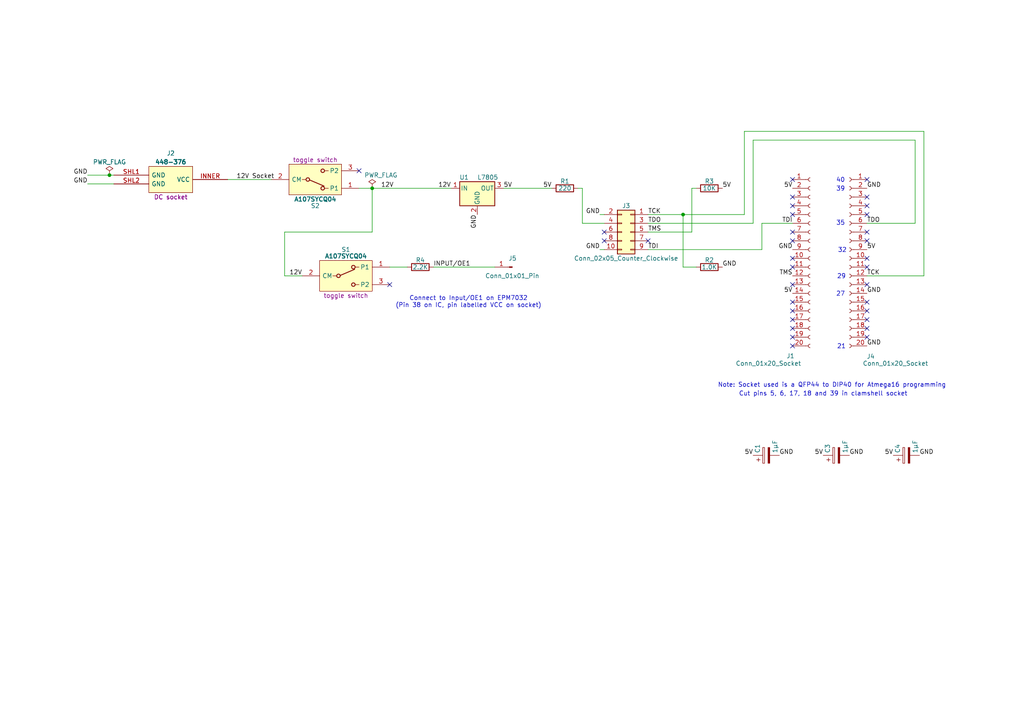
<source format=kicad_sch>
(kicad_sch (version 20231120) (generator "eeschema") (generator_version "8.0")
  (paper "A4")
  (title_block (title "EPM7032 Programmer") (date "2024-08-27") (rev "V0"))
  (lib_symbols
    (symbol "Connector:Conn_01x01_Pin" (pin_names (offset 1.016) hide)
      (property "Reference" "J" (at 0 2.54 0))
      (property "Value" "Conn_01x01_Pin" (at 0 -2.54 0))
      (symbol "Conn_01x01_Pin_1_1"
        (polyline (pts (xy 1.27 0) (xy 0.8636 0)) (stroke (width 0.1524)))
        (rectangle (start 0.8636 0.127) (end 0 -0.127) (stroke (width 0.1524)) (fill (type outline)))
        (pin passive line (at 5.08 0 180) (length 3.81) (name "Pin_1") (number "1"))
      )
    )
    (symbol "Connector:Conn_01x20_Socket" (pin_names (offset 1.016) hide)
      (property "Reference" "J" (at 0 25.4 0))
      (property "Value" "Conn_01x20_Socket" (at 0 -27.94 0))
      (symbol "Conn_01x20_Socket_1_1"
        (arc (start 0 -24.892) (mid -0.5058 -25.4) (end 0 -25.908) (stroke (width 0.1524)))
        (arc (start 0 -22.352) (mid -0.5058 -22.86) (end 0 -23.368) (stroke (width 0.1524)))
        (arc (start 0 -19.812) (mid -0.5058 -20.32) (end 0 -20.828) (stroke (width 0.1524)))
        (arc (start 0 -17.272) (mid -0.5058 -17.78) (end 0 -18.288) (stroke (width 0.1524)))
        (arc (start 0 -14.732) (mid -0.5058 -15.24) (end 0 -15.748) (stroke (width 0.1524)))
        (arc (start 0 -12.192) (mid -0.5058 -12.7) (end 0 -13.208) (stroke (width 0.1524)))
        (arc (start 0 -9.652) (mid -0.5058 -10.16) (end 0 -10.668) (stroke (width 0.1524)))
        (arc (start 0 -7.112) (mid -0.5058 -7.62) (end 0 -8.128) (stroke (width 0.1524)))
        (arc (start 0 -4.572) (mid -0.5058 -5.08) (end 0 -5.588) (stroke (width 0.1524)))
        (arc (start 0 -2.032) (mid -0.5058 -2.54) (end 0 -3.048) (stroke (width 0.1524)))
        (polyline (pts (xy -1.27 -25.4) (xy -0.508 -25.4)) (stroke (width 0.1524)))
        (polyline (pts (xy -1.27 -22.86) (xy -0.508 -22.86)) (stroke (width 0.1524)))
        (polyline (pts (xy -1.27 -20.32) (xy -0.508 -20.32)) (stroke (width 0.1524)))
        (polyline (pts (xy -1.27 -17.78) (xy -0.508 -17.78)) (stroke (width 0.1524)))
        (polyline (pts (xy -1.27 -15.24) (xy -0.508 -15.24)) (stroke (width 0.1524)))
        (polyline (pts (xy -1.27 -12.7) (xy -0.508 -12.7)) (stroke (width 0.1524)))
        (polyline (pts (xy -1.27 -10.16) (xy -0.508 -10.16)) (stroke (width 0.1524)))
        (polyline (pts (xy -1.27 -7.62) (xy -0.508 -7.62)) (stroke (width 0.1524)))
        (polyline (pts (xy -1.27 -5.08) (xy -0.508 -5.08)) (stroke (width 0.1524)))
        (polyline (pts (xy -1.27 -2.54) (xy -0.508 -2.54)) (stroke (width 0.1524)))
        (polyline (pts (xy -1.27 0) (xy -0.508 0)) (stroke (width 0.1524)))
        (polyline (pts (xy -1.27 2.54) (xy -0.508 2.54)) (stroke (width 0.1524)))
        (polyline (pts (xy -1.27 5.08) (xy -0.508 5.08)) (stroke (width 0.1524)))
        (polyline (pts (xy -1.27 7.62) (xy -0.508 7.62)) (stroke (width 0.1524)))
        (polyline (pts (xy -1.27 10.16) (xy -0.508 10.16)) (stroke (width 0.1524)))
        (polyline (pts (xy -1.27 12.7) (xy -0.508 12.7)) (stroke (width 0.1524)))
        (polyline (pts (xy -1.27 15.24) (xy -0.508 15.24)) (stroke (width 0.1524)))
        (polyline (pts (xy -1.27 17.78) (xy -0.508 17.78)) (stroke (width 0.1524)))
        (polyline (pts (xy -1.27 20.32) (xy -0.508 20.32)) (stroke (width 0.1524)))
        (polyline (pts (xy -1.27 22.86) (xy -0.508 22.86)) (stroke (width 0.1524)))
        (arc (start 0 0.508) (mid -0.5058 0) (end 0 -0.508) (stroke (width 0.1524)))
        (arc (start 0 3.048) (mid -0.5058 2.54) (end 0 2.032) (stroke (width 0.1524)))
        (arc (start 0 5.588) (mid -0.5058 5.08) (end 0 4.572) (stroke (width 0.1524)))
        (arc (start 0 8.128) (mid -0.5058 7.62) (end 0 7.112) (stroke (width 0.1524)))
        (arc (start 0 10.668) (mid -0.5058 10.16) (end 0 9.652) (stroke (width 0.1524)))
        (arc (start 0 13.208) (mid -0.5058 12.7) (end 0 12.192) (stroke (width 0.1524)))
        (arc (start 0 15.748) (mid -0.5058 15.24) (end 0 14.732) (stroke (width 0.1524)))
        (arc (start 0 18.288) (mid -0.5058 17.78) (end 0 17.272) (stroke (width 0.1524)))
        (arc (start 0 20.828) (mid -0.5058 20.32) (end 0 19.812) (stroke (width 0.1524)))
        (arc (start 0 23.368) (mid -0.5058 22.86) (end 0 22.352) (stroke (width 0.1524)))
        (pin passive line (at -5.08 22.86 0) (length 3.81) (name "Pin_1") (number "1"))
        (pin passive line (at -5.08 0 0) (length 3.81) (name "Pin_10") (number "10"))
        (pin passive line (at -5.08 -2.54 0) (length 3.81) (name "Pin_11") (number "11"))
        (pin passive line (at -5.08 -5.08 0) (length 3.81) (name "Pin_12") (number "12"))
        (pin passive line (at -5.08 -7.62 0) (length 3.81) (name "Pin_13") (number "13"))
        (pin passive line (at -5.08 -10.16 0) (length 3.81) (name "Pin_14") (number "14"))
        (pin passive line (at -5.08 -12.7 0) (length 3.81) (name "Pin_15") (number "15"))
        (pin passive line (at -5.08 -15.24 0) (length 3.81) (name "Pin_16") (number "16"))
        (pin passive line (at -5.08 -17.78 0) (length 3.81) (name "Pin_17") (number "17"))
        (pin passive line (at -5.08 -20.32 0) (length 3.81) (name "Pin_18") (number "18"))
        (pin passive line (at -5.08 -22.86 0) (length 3.81) (name "Pin_19") (number "19"))
        (pin passive line (at -5.08 20.32 0) (length 3.81) (name "Pin_2") (number "2"))
        (pin passive line (at -5.08 -25.4 0) (length 3.81) (name "Pin_20") (number "20"))
        (pin passive line (at -5.08 17.78 0) (length 3.81) (name "Pin_3") (number "3"))
        (pin passive line (at -5.08 15.24 0) (length 3.81) (name "Pin_4") (number "4"))
        (pin passive line (at -5.08 12.7 0) (length 3.81) (name "Pin_5") (number "5"))
        (pin passive line (at -5.08 10.16 0) (length 3.81) (name "Pin_6") (number "6"))
        (pin passive line (at -5.08 7.62 0) (length 3.81) (name "Pin_7") (number "7"))
        (pin passive line (at -5.08 5.08 0) (length 3.81) (name "Pin_8") (number "8"))
        (pin passive line (at -5.08 2.54 0) (length 3.81) (name "Pin_9") (number "9"))
      )
    )
    (symbol "Connector_Generic:Conn_02x05_Odd_Even" (pin_names (offset 1.016) hide)
      (property "Reference" "J" (at 1.27 7.62 0))
      (property "Value" "Conn_02x05_Odd_Even" (at 1.27 -7.62 0))
      (symbol "Conn_02x05_Odd_Even_1_1"
        (rectangle (start -1.27 -4.953) (end 0 -5.207) (stroke (width 0.1524)))
        (rectangle (start -1.27 -2.413) (end 0 -2.667) (stroke (width 0.1524)))
        (rectangle (start -1.27 0.127) (end 0 -0.127) (stroke (width 0.1524)))
        (rectangle (start -1.27 2.667) (end 0 2.413) (stroke (width 0.1524)))
        (rectangle (start -1.27 5.207) (end 0 4.953) (stroke (width 0.1524)))
        (rectangle (start -1.27 6.35) (end 3.81 -6.35) (stroke (width 0.254)) (fill (type background)))
        (rectangle (start 3.81 -4.953) (end 2.54 -5.207) (stroke (width 0.1524)))
        (rectangle (start 3.81 -2.413) (end 2.54 -2.667) (stroke (width 0.1524)))
        (rectangle (start 3.81 0.127) (end 2.54 -0.127) (stroke (width 0.1524)))
        (rectangle (start 3.81 2.667) (end 2.54 2.413) (stroke (width 0.1524)))
        (rectangle (start 3.81 5.207) (end 2.54 4.953) (stroke (width 0.1524)))
        (pin passive line (at -5.08 5.08 0) (length 3.81) (name "Pin_1") (number "1"))
        (pin passive line (at 7.62 -5.08 180) (length 3.81) (name "Pin_10") (number "10"))
        (pin passive line (at 7.62 5.08 180) (length 3.81) (name "Pin_2") (number "2"))
        (pin passive line (at -5.08 2.54 0) (length 3.81) (name "Pin_3") (number "3"))
        (pin passive line (at 7.62 2.54 180) (length 3.81) (name "Pin_4") (number "4"))
        (pin passive line (at -5.08 0 0) (length 3.81) (name "Pin_5") (number "5"))
        (pin passive line (at 7.62 0 180) (length 3.81) (name "Pin_6") (number "6"))
        (pin passive line (at -5.08 -2.54 0) (length 3.81) (name "Pin_7") (number "7"))
        (pin passive line (at 7.62 -2.54 180) (length 3.81) (name "Pin_8") (number "8"))
        (pin passive line (at -5.08 -5.08 0) (length 3.81) (name "Pin_9") (number "9"))
      )
    )
    (symbol "Device:R" (pin_numbers hide) (pin_names (offset 0))
      (property "Reference" "R" (at 2.032 0 90))
      (property "Value" "R" (at 0 0 90))
      (symbol "R_0_1"
        (rectangle (start -1.016 -2.54) (end 1.016 2.54) (stroke (width 0.254)))
      )
      (symbol "R_1_1"
        (pin passive line (at 0 3.81 270) (length 1.27) (name "~") (number "1"))
        (pin passive line (at 0 -3.81 90) (length 1.27) (name "~") (number "2"))
      )
    )
    (symbol "HCP65:C_Radial_D4.0mm_P2.00mm" (pin_numbers hide) (pin_names (offset 0.254))
      (property "Reference" "C" (at 0.635 2.54 0))
      (property "Value" "?μF" (at 0.635 -2.54 0))
      (symbol "C_Radial_D4.0mm_P2.00mm_0_1"
        (rectangle (start -2.286 0.508) (end 2.286 1.016))
        (polyline (pts (xy -1.778 2.286) (xy -0.762 2.286)))
        (polyline (pts (xy -1.27 2.794) (xy -1.27 1.778)))
        (rectangle (start 2.286 -0.508) (end -2.286 -1.016) (fill (type outline)))
      )
      (symbol "C_Radial_D4.0mm_P2.00mm_1_1"
        (pin passive line (at 0 3.81 270) (length 2.794) (name "~") (number "1"))
        (pin passive line (at 0 -3.81 90) (length 2.794) (name "~") (number "2"))
      )
    )
    (symbol "RS_Components:448-376" (pin_names (offset 0.762))
      (property "Reference" "J" (at 11.43 6.35 0))
      (property "Value" "448-376" (at 11.43 3.81 0))
      (property "Description" "DC socket" (at 11.43 -6.35 0))
      (symbol "448-376_0_1"
        (polyline (pts (xy 5.08 2.54) (xy 17.78 2.54) (xy 17.78 -5.08) (xy 5.08 -5.08) (xy 5.08 2.54)) (stroke (width 0.1524)) (fill (type background)))
      )
      (symbol "448-376_1_0"
        (pin passive line (at -5.08 -1.27 0) (length 10.16) (name "VCC") (number "INNER"))
        (pin passive line (at 27.94 0 180) (length 10.16) (name "GND") (number "SHL1"))
        (pin passive line (at 27.94 -2.54 180) (length 10.16) (name "GND") (number "SHL2"))
      )
    )
    (symbol "Regulator_Linear:L7805" (pin_names (offset 0.254))
      (property "Reference" "U" (at -3.81 3.175 0))
      (property "Value" "L7805" (at 0 3.175 0))
      (symbol "L7805_0_1"
        (rectangle (start -5.08 1.905) (end 5.08 -5.08) (stroke (width 0.254)) (fill (type background)))
      )
      (symbol "L7805_1_1"
        (pin power_in line (at -7.62 0 0) (length 2.54) (name "IN") (number "1"))
        (pin power_in line (at 0 -7.62 90) (length 2.54) (name "GND") (number "2"))
        (pin power_out line (at 7.62 0 180) (length 2.54) (name "OUT") (number "3"))
      )
    )
    (symbol "TE_Connectivity:A107SYCQ04" (pin_names (offset 0.762))
      (property "Reference" "S" (at 12.7 5.08 0))
      (property "Value" "A107SYCQ04" (at 12.7 3.175 0))
      (property "Description" "toggle switch" (at 12.7 -8.255 0))
      (symbol "A107SYCQ04_0_0"
        (pin passive line (at 25.4 0 180) (length 5.08) (name "P1") (number "1"))
        (pin passive line (at 0 -2.54 0) (length 5.08) (name "CM") (number "2"))
        (pin passive line (at 25.4 -5.08 180) (length 5.08) (name "P2") (number "3"))
      )
      (symbol "A107SYCQ04_0_1"
        (polyline (pts (xy 5.08 1.905) (xy 20.32 1.905) (xy 20.32 -6.985) (xy 5.08 -6.985) (xy 5.08 1.905)) (stroke (width 0.1524)) (fill (type background)))
      )
      (symbol "A107SYCQ04_1_1"
        (polyline (pts (xy 8.89 -2.54) (xy 9.906 -2.54)))
        (polyline (pts (xy 11.049 -2.413) (xy 15.24 -0.635)) (stroke (width 0.254)))
        (polyline (pts (xy 16.51 -5.08) (xy 15.494 -5.08)))
        (polyline (pts (xy 16.51 0) (xy 15.494 0)))
        (circle (center 10.541 -2.54) (radius 0.508) (stroke (width 0.254)))
        (circle (center 14.859 -5.08) (radius 0.508) (stroke (width 0.254)))
        (circle (center 14.859 0) (radius 0.508) (stroke (width 0.254)))
      )
    )
    (symbol "power:PWR_FLAG" (power) (pin_numbers hide) (pin_names (offset 0) hide)
      (property "Value" "PWR_FLAG" (at 0 3.81 0))
      (symbol "PWR_FLAG_0_0"
        (pin power_out line (at 0 0 90) (length 0) (name "~") (number "1"))
      )
      (symbol "PWR_FLAG_0_1"
        (polyline (pts (xy 0 0) (xy 0 1.27) (xy -1.016 1.905) (xy 0 2.54) (xy 1.016 1.905) (xy 0 1.27)))
      )
    )
  )
  (junction (at 198.12 62.23))
  (junction (at 107.95 54.61))
  (junction (at 31.75 50.8))
  (no_connect (at 229.87 57.15))
  (no_connect (at 251.46 82.55))
  (no_connect (at 229.87 100.33))
  (no_connect (at 229.87 69.85))
  (no_connect (at 251.46 74.93))
  (no_connect (at 251.46 69.85))
  (no_connect (at 251.46 92.71))
  (no_connect (at 229.87 77.47))
  (no_connect (at 229.87 87.63))
  (no_connect (at 251.46 87.63))
  (no_connect (at 229.87 74.93))
  (no_connect (at 104.14 49.53))
  (no_connect (at 251.46 59.69))
  (no_connect (at 229.87 92.71))
  (no_connect (at 175.26 69.85))
  (no_connect (at 251.46 97.79))
  (no_connect (at 251.46 57.15))
  (no_connect (at 113.03 82.55))
  (no_connect (at 229.87 59.69))
  (no_connect (at 175.26 67.31))
  (no_connect (at 251.46 62.23))
  (no_connect (at 229.87 62.23))
  (no_connect (at 251.46 95.25))
  (no_connect (at 229.87 90.17))
  (no_connect (at 229.87 67.31))
  (no_connect (at 251.46 52.07))
  (no_connect (at 187.96 69.85))
  (no_connect (at 251.46 67.31))
  (no_connect (at 251.46 90.17))
  (no_connect (at 229.87 52.07))
  (no_connect (at 229.87 95.25))
  (no_connect (at 229.87 82.55))
  (no_connect (at 251.46 77.47))
  (no_connect (at 229.87 97.79))
  (wire (pts (xy 31.75 50.8) (xy 33.02 50.8)))
  (wire (pts (xy 220.98 72.39) (xy 220.98 64.77)))
  (wire (pts (xy 218.44 40.64) (xy 265.43 40.64)))
  (wire (pts (xy 198.12 62.23) (xy 215.9 62.23)))
  (wire (pts (xy 218.44 64.77) (xy 218.44 40.64)))
  (wire (pts (xy 78.74 52.07) (xy 66.04 52.07)))
  (wire (pts (xy 267.97 38.1) (xy 267.97 80.01)))
  (wire (pts (xy 220.98 64.77) (xy 229.87 64.77)))
  (wire (pts (xy 107.95 67.31) (xy 82.55 67.31)))
  (wire (pts (xy 200.66 54.61) (xy 200.66 67.31)))
  (wire (pts (xy 198.12 62.23) (xy 187.96 62.23)))
  (wire (pts (xy 173.99 62.23) (xy 175.26 62.23)))
  (wire (pts (xy 82.55 80.01) (xy 87.63 80.01)))
  (wire (pts (xy 265.43 40.64) (xy 265.43 64.77)))
  (wire (pts (xy 187.96 64.77) (xy 218.44 64.77)))
  (wire (pts (xy 200.66 67.31) (xy 187.96 67.31)))
  (wire (pts (xy 167.64 54.61) (xy 168.91 54.61)))
  (wire (pts (xy 215.9 62.23) (xy 215.9 38.1)))
  (wire (pts (xy 168.91 54.61) (xy 168.91 64.77)))
  (wire (pts (xy 118.11 77.47) (xy 113.03 77.47)))
  (wire (pts (xy 107.95 54.61) (xy 107.95 67.31)))
  (wire (pts (xy 201.93 77.47) (xy 198.12 77.47)))
  (wire (pts (xy 187.96 72.39) (xy 220.98 72.39)))
  (wire (pts (xy 265.43 64.77) (xy 251.46 64.77)))
  (wire (pts (xy 215.9 38.1) (xy 267.97 38.1)))
  (wire (pts (xy 168.91 64.77) (xy 175.26 64.77)))
  (wire (pts (xy 201.93 54.61) (xy 200.66 54.61)))
  (wire (pts (xy 198.12 77.47) (xy 198.12 62.23)))
  (wire (pts (xy 107.95 54.61) (xy 130.81 54.61)))
  (wire (pts (xy 82.55 67.31) (xy 82.55 80.01)))
  (wire (pts (xy 251.46 80.01) (xy 267.97 80.01)))
  (wire (pts (xy 25.4 50.8) (xy 31.75 50.8)))
  (wire (pts (xy 173.99 72.39) (xy 175.26 72.39)))
  (wire (pts (xy 107.95 54.61) (xy 104.14 54.61)))
  (wire (pts (xy 125.73 77.47) (xy 143.51 77.47)))
  (wire (pts (xy 146.05 54.61) (xy 160.02 54.61)))
  (wire (pts (xy 33.02 53.34) (xy 25.4 53.34)))
  (text "Note: Socket used is a QFP44 to DIP40 for Atmega16 programming" (at 241.3 111.76 0) (effects (font (size 1.27 1.27))))
  (text "39" (at 245.11 54.864 0) (effects (font (size 1.27 1.27)) (justify right)))
  (text "35" (at 245.11 64.77 0) (effects (font (size 1.27 1.27)) (justify right)))
  (text "Connect to Input/OE1 on EPM7032\n(Pin 38 on IC, pin labelled VCC on socket)" (at 135.89 87.63 0) (effects (font (size 1.27 1.27))))
  (text "29" (at 245.364 80.264 0) (effects (font (size 1.27 1.27)) (justify right)))
  (text "32" (at 245.618 72.644 0) (effects (font (size 1.27 1.27)) (justify right)))
  (text "40" (at 245.11 52.324 0) (effects (font (size 1.27 1.27)) (justify right)))
  (text "21" (at 245.364 100.584 0) (effects (font (size 1.27 1.27)) (justify right)))
  (text "Cut pins 5, 6, 17, 18 and 39 in clamshell socket" (at 238.76 114.3 0) (effects (font (size 1.27 1.27))))
  (text "27" (at 245.11 85.344 0) (effects (font (size 1.27 1.27)) (justify right)))
  (label "12V" (at 130.81 54.61 180))
  (label "5V" (at 160.02 54.61 180))
  (label "GND" (at 251.46 85.09 0))
  (label "5V" (at 238.76 132.08 180))
  (label "TDO" (at 187.96 64.77 0))
  (label "GND" (at 209.55 77.47 0))
  (label "GND" (at 251.46 54.61 0))
  (label "GND" (at 226.06 132.08 0))
  (label "GND" (at 266.7 132.08 0))
  (label "GND" (at 173.99 62.23 180))
  (label "GND" (at 229.87 72.39 180))
  (label "5V" (at 146.05 54.61 0))
  (label "5V" (at 251.46 72.39 0))
  (label "12V" (at 110.49 54.61 0))
  (label "GND" (at 173.99 72.39 180))
  (label "GND" (at 25.4 53.34 180))
  (label "TMS" (at 229.87 80.01 180))
  (label "5V" (at 229.87 54.61 180))
  (label "5V" (at 209.55 54.61 0))
  (label "12V" (at 87.63 80.01 180))
  (label "TCK" (at 251.46 80.01 0))
  (label "TMS" (at 187.96 67.31 0))
  (label "TCK" (at 187.96 62.23 0))
  (label "INPUT{slash}OE1" (at 125.73 77.47 0))
  (label "TDO" (at 251.46 64.77 0))
  (label "5V" (at 259.08 132.08 180))
  (label "5V" (at 218.44 132.08 180))
  (label "TDI" (at 187.96 72.39 0))
  (label "GND" (at 251.46 100.33 0))
  (label "5V" (at 229.87 85.09 180))
  (label "12V Socket" (at 68.58 52.07 0))
  (label "TDI" (at 229.87 64.77 180))
  (label "GND" (at 138.43 62.23 270))
  (label "GND" (at 25.4 50.8 180))
  (label "GND" (at 246.38 132.08 0))
  (symbol (lib_id "Connector:Conn_01x20_Socket") (at 234.95 74.93 0) (unit 1)
    (property "Reference" "J1" (at 228.092 103.2397 0) (effects (justify left)))
    (property "Value" "Conn_01x20_Socket" (at 213.36 105.41 0) (effects (justify left)))
    (property "Footprint" "Connector_PinSocket_2.54mm:PinSocket_1x20_P2.54mm_Vertical" (effects (hide yes)))
    (property "Description" "Generic connector, single row, 01x20, script generated" (effects (hide yes)))
  )
  (symbol (lib_id "Connector:Conn_01x01_Pin") (at 148.59 77.47 0) (mirror y) (unit 1)
    (property "Reference" "J5" (at 149.86 74.93 0) (effects (justify left)))
    (property "Value" "Conn_01x01_Pin" (at 148.59 80.01 0))
    (property "Footprint" "Connector_PinHeader_2.54mm:PinHeader_1x01_P2.54mm_Vertical" (effects (hide yes)))
    (property "Description" "Generic connector, single row, 01x01, script generated" (effects (hide yes)))
  )
  (symbol (lib_id "power:PWR_FLAG") (at 31.75 50.8 0) (mirror y) (unit 1)
    (property "Reference" "#FLG02" (effects (hide yes)))
    (property "Value" "PWR_FLAG" (at 31.75 46.99 0))
    (property "Description" "Special symbol for telling ERC where power comes from" (effects (hide yes)))
  )
  (symbol (lib_id "Connector:Conn_01x20_Socket") (at 246.38 74.93 0) (mirror y) (unit 1)
    (property "Reference" "J4" (at 253.746 103.378 0) (effects (justify left)))
    (property "Value" "Conn_01x20_Socket" (at 269.24 105.41 0) (effects (justify left)))
    (property "Footprint" "Connector_PinSocket_2.54mm:PinSocket_1x20_P2.54mm_Vertical" (effects (hide yes)))
    (property "Description" "Generic connector, single row, 01x20, script generated" (effects (hide yes)))
  )
  (symbol (lib_id "Connector_Generic:Conn_02x05_Odd_Even") (at 182.88 67.31 0) (mirror y) (unit 1)
    (property "Reference" "J3" (at 181.61 59.69 0))
    (property "Value" "Conn_02x05_Counter_Clockwise" (at 181.61 74.93 0))
    (property "Footprint" "Connector_PinHeader_2.54mm:PinHeader_2x05_P2.54mm_Vertical" (effects (hide yes)))
    (property "Description" "Generic connector, double row, 02x05, odd/even pin numbering scheme (row 1 odd numbers, row 2 even numbers), script generated (kicad-library-utils/schlib/autogen/connector/)" (effects (hide yes)))
  )
  (symbol (lib_id "TE_Connectivity:A107SYCQ04") (at 78.74 54.61 0) (mirror x) (unit 1)
    (property "Reference" "S2" (at 91.44 59.69 0))
    (property "Value" "A107SYCQ04" (at 91.44 57.785 0) (effects (font (bold yes))))
    (property "Footprint" "SamacSys_Parts:A107SYCQ04" (effects (hide yes)))
    (property "Datasheet" "https://www.te.com/commerce/DocumentDelivery/DDEController?Action=showdoc&DocId=Customer+Drawing%7F1825137%7FA8%7Fpdf%7FEnglish%7FENG_CD_1825137_A8.pdf%7F5-1825137-1" (effects (hide yes)))
    (property "Description" "toggle switch" (at 91.44 46.355 0))
    (property "Height" "28.194" (effects (hide yes)))
    (property "Manufacturer_Name" "TE Connectivity" (effects (hide yes)))
    (property "Manufacturer_Part_Number" "A107SYCQ04" (effects (hide yes)))
    (property "Mouser Part Number" "506-5-1825137-1" (effects (hide yes)))
    (property "Mouser Price/Stock" "https://www.mouser.co.uk/ProductDetail/TE-Connectivity-AMP/A107SYCQ04?qs=9WkjXeXHXGz78jldEjGFKg%3D%3D" (effects (hide yes)))
    (property "Garbage" "Toggle Switches SP ON-OFF-(ON) BAT PC TOGGLE SWITCH" (effects (hide yes)))
  )
  (symbol (lib_id "HCP65:C_Radial_D4.0mm_P2.00mm") (at 242.57 132.08 90) (unit 1)
    (property "Reference" "C3" (at 240.03 131.445 0) (effects (justify left)))
    (property "Value" "1μF" (at 245.11 131.445 0) (effects (justify left)))
    (property "Footprint" "SamacSys_Parts:CP_Radial_D4.0mm_P2.00mm" (effects (hide yes)))
  )
  (symbol (lib_id "HCP65:C_Radial_D4.0mm_P2.00mm") (at 262.89 132.08 90) (unit 1)
    (property "Reference" "C4" (at 260.35 131.445 0) (effects (justify left)))
    (property "Value" "1μF" (at 265.43 131.445 0) (effects (justify left)))
    (property "Footprint" "SamacSys_Parts:CP_Radial_D4.0mm_P2.00mm" (effects (hide yes)))
  )
  (symbol (lib_id "Regulator_Linear:L7805") (at 138.43 54.61 0) (unit 1)
    (property "Reference" "U1" (at 134.62 51.435 0))
    (property "Value" "L7805" (at 138.43 51.435 0) (effects (justify left)))
    (property "Footprint" "SamacSys_Parts:TO-220-3_Vertical" (effects (hide yes)))
    (property "Datasheet" "http://www.st.com/content/ccc/resource/technical/document/datasheet/41/4f/b3/b0/12/d4/47/88/CD00000444.pdf/files/CD00000444.pdf/jcr:content/translations/en.CD00000444.pdf" (effects (hide yes)))
    (property "Description" "Positive 1.5A 35V Linear Regulator, Fixed Output 5V, TO-220/TO-263/TO-252" (effects (hide yes)))
  )
  (symbol (lib_id "HCP65:C_Radial_D4.0mm_P2.00mm") (at 222.25 132.08 90) (unit 1)
    (property "Reference" "C1" (at 219.71 131.445 0) (effects (justify left)))
    (property "Value" "1μF" (at 224.79 131.445 0) (effects (justify left)))
    (property "Footprint" "SamacSys_Parts:CP_Radial_D4.0mm_P2.00mm" (effects (hide yes)))
  )
  (symbol (lib_id "TE_Connectivity:A107SYCQ04") (at 87.63 77.47 0) (unit 1)
    (property "Reference" "S1" (at 100.33 72.39 0))
    (property "Value" "A107SYCQ04" (at 100.33 74.295 0) (effects (font (bold yes))))
    (property "Footprint" "SamacSys_Parts:A107SYCQ04" (effects (hide yes)))
    (property "Datasheet" "https://www.te.com/commerce/DocumentDelivery/DDEController?Action=showdoc&DocId=Customer+Drawing%7F1825137%7FA8%7Fpdf%7FEnglish%7FENG_CD_1825137_A8.pdf%7F5-1825137-1" (effects (hide yes)))
    (property "Description" "toggle switch" (at 100.33 85.725 0))
    (property "Height" "28.194" (effects (hide yes)))
    (property "Manufacturer_Name" "TE Connectivity" (effects (hide yes)))
    (property "Manufacturer_Part_Number" "A107SYCQ04" (effects (hide yes)))
    (property "Mouser Part Number" "506-5-1825137-1" (effects (hide yes)))
    (property "Mouser Price/Stock" "https://www.mouser.co.uk/ProductDetail/TE-Connectivity-AMP/A107SYCQ04?qs=9WkjXeXHXGz78jldEjGFKg%3D%3D" (effects (hide yes)))
    (property "Garbage" "Toggle Switches SP ON-OFF-(ON) BAT PC TOGGLE SWITCH" (effects (hide yes)))
  )
  (symbol (lib_id "Device:R") (at 205.74 54.61 270) (mirror x) (unit 1)
    (property "Reference" "R3" (at 205.74 52.578 90))
    (property "Value" "10K" (at 205.74 54.61 90))
    (property "Footprint" "Resistor_THT:R_Axial_DIN0207_L6.3mm_D2.5mm_P7.62mm_Horizontal" (effects (hide yes)))
    (property "Description" "Resistor" (effects (hide yes)))
  )
  (symbol (lib_id "Device:R") (at 205.74 77.47 270) (mirror x) (unit 1)
    (property "Reference" "R2" (at 205.74 75.438 90))
    (property "Value" "1.0K" (at 205.74 77.47 90))
    (property "Footprint" "Resistor_THT:R_Axial_DIN0207_L6.3mm_D2.5mm_P7.62mm_Horizontal" (effects (hide yes)))
    (property "Description" "Resistor" (effects (hide yes)))
  )
  (symbol (lib_id "power:PWR_FLAG") (at 107.95 54.61 0) (mirror y) (unit 1)
    (property "Reference" "#FLG01" (effects (hide yes)))
    (property "Value" "PWR_FLAG" (at 110.49 50.8 0))
    (property "Description" "Special symbol for telling ERC where power comes from" (effects (hide yes)))
  )
  (symbol (lib_id "Device:R") (at 121.92 77.47 90) (unit 1)
    (property "Reference" "R4" (at 121.92 75.438 90))
    (property "Value" "2.2K" (at 121.92 77.47 90))
    (property "Footprint" "Resistor_THT:R_Axial_DIN0207_L6.3mm_D2.5mm_P7.62mm_Horizontal" (effects (hide yes)))
    (property "Description" "Resistor" (effects (hide yes)))
  )
  (symbol (lib_id "Device:R") (at 163.83 54.61 270) (mirror x) (unit 1)
    (property "Reference" "R1" (at 163.83 52.578 90))
    (property "Value" "220" (at 163.83 54.61 90))
    (property "Footprint" "Resistor_THT:R_Axial_DIN0309_L9.0mm_D3.2mm_P12.70mm_Horizontal" (effects (hide yes)))
    (property "Description" "Resistor" (effects (hide yes)))
  )
  (symbol (lib_id "RS_Components:448-376") (at 60.96 50.8 0) (mirror y) (unit 1)
    (property "Reference" "J2" (at 49.53 44.45 0))
    (property "Value" "448-376" (at 49.53 46.99 0) (effects (font (bold yes))))
    (property "Footprint" "SamacSys_Parts:448376" (effects (hide yes)))
    (property "Datasheet" "https://docs.rs-online.com/902a/0900766b81582446.pdf" (effects (hide yes)))
    (property "Description" "DC socket" (at 49.53 57.15 0))
    (property "Height" "11" (effects (hide yes)))
    (property "Manufacturer_Name" "RS Components" (effects (hide yes)))
    (property "Manufacturer_Part_Number" "448-376" (effects (hide yes)))
  )
)
</source>
